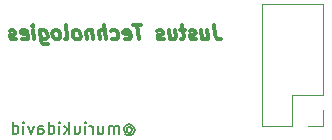
<source format=gbo>
G04 #@! TF.FileFunction,Legend,Bot*
%FSLAX46Y46*%
G04 Gerber Fmt 4.6, Leading zero omitted, Abs format (unit mm)*
G04 Created by KiCad (PCBNEW 4.0.7) date Wed Dec 12 21:34:46 2018*
%MOMM*%
%LPD*%
G01*
G04 APERTURE LIST*
%ADD10C,0.100000*%
%ADD11C,0.300000*%
%ADD12C,0.200000*%
%ADD13C,0.120000*%
G04 APERTURE END LIST*
D10*
D11*
X77186771Y-98402857D02*
X77293914Y-99260000D01*
X77372485Y-99431429D01*
X77501056Y-99545714D01*
X77679628Y-99602857D01*
X77793913Y-99602857D01*
X76151056Y-98802857D02*
X76251056Y-99602857D01*
X76665342Y-98802857D02*
X76743914Y-99431429D01*
X76701056Y-99545714D01*
X76593913Y-99602857D01*
X76422485Y-99602857D01*
X76301056Y-99545714D01*
X76236770Y-99488571D01*
X75729628Y-99545714D02*
X75622485Y-99602857D01*
X75393913Y-99602857D01*
X75272485Y-99545714D01*
X75201057Y-99431429D01*
X75193914Y-99374286D01*
X75236771Y-99260000D01*
X75343913Y-99202857D01*
X75515342Y-99202857D01*
X75622485Y-99145714D01*
X75665343Y-99031429D01*
X75658200Y-98974286D01*
X75586771Y-98860000D01*
X75465342Y-98802857D01*
X75293913Y-98802857D01*
X75186771Y-98860000D01*
X74779627Y-98802857D02*
X74322484Y-98802857D01*
X74558199Y-98402857D02*
X74686771Y-99431429D01*
X74643913Y-99545714D01*
X74536770Y-99602857D01*
X74422484Y-99602857D01*
X73408199Y-98802857D02*
X73508199Y-99602857D01*
X73922485Y-98802857D02*
X74001057Y-99431429D01*
X73958199Y-99545714D01*
X73851056Y-99602857D01*
X73679628Y-99602857D01*
X73558199Y-99545714D01*
X73493913Y-99488571D01*
X72986771Y-99545714D02*
X72879628Y-99602857D01*
X72651056Y-99602857D01*
X72529628Y-99545714D01*
X72458200Y-99431429D01*
X72451057Y-99374286D01*
X72493914Y-99260000D01*
X72601056Y-99202857D01*
X72772485Y-99202857D01*
X72879628Y-99145714D01*
X72922486Y-99031429D01*
X72915343Y-98974286D01*
X72843914Y-98860000D01*
X72722485Y-98802857D01*
X72551056Y-98802857D01*
X72443914Y-98860000D01*
X71072484Y-98402857D02*
X70386770Y-98402857D01*
X70879627Y-99602857D02*
X70729627Y-98402857D01*
X69672484Y-99545714D02*
X69793913Y-99602857D01*
X70022484Y-99602857D01*
X70129627Y-99545714D01*
X70172485Y-99431429D01*
X70115342Y-98974286D01*
X70043913Y-98860000D01*
X69922484Y-98802857D01*
X69693913Y-98802857D01*
X69586770Y-98860000D01*
X69543913Y-98974286D01*
X69558198Y-99088571D01*
X70143913Y-99202857D01*
X68586770Y-99545714D02*
X68708199Y-99602857D01*
X68936770Y-99602857D01*
X69043913Y-99545714D01*
X69093913Y-99488571D01*
X69136771Y-99374286D01*
X69093914Y-99031429D01*
X69022485Y-98917143D01*
X68958199Y-98860000D01*
X68836770Y-98802857D01*
X68608199Y-98802857D01*
X68501056Y-98860000D01*
X68079628Y-99602857D02*
X67929628Y-98402857D01*
X67565342Y-99602857D02*
X67486771Y-98974286D01*
X67529628Y-98860000D01*
X67636771Y-98802857D01*
X67808199Y-98802857D01*
X67929628Y-98860000D01*
X67993914Y-98917143D01*
X66893914Y-98802857D02*
X66993914Y-99602857D01*
X66908200Y-98917143D02*
X66843914Y-98860000D01*
X66722485Y-98802857D01*
X66551057Y-98802857D01*
X66443914Y-98860000D01*
X66401057Y-98974286D01*
X66479628Y-99602857D01*
X65736771Y-99602857D02*
X65843914Y-99545714D01*
X65893914Y-99488571D01*
X65936772Y-99374286D01*
X65893915Y-99031429D01*
X65822486Y-98917143D01*
X65758200Y-98860000D01*
X65636771Y-98802857D01*
X65465343Y-98802857D01*
X65358200Y-98860000D01*
X65308200Y-98917143D01*
X65265343Y-99031429D01*
X65308200Y-99374286D01*
X65379628Y-99488571D01*
X65443914Y-99545714D01*
X65565343Y-99602857D01*
X65736771Y-99602857D01*
X64651057Y-99602857D02*
X64758200Y-99545714D01*
X64801058Y-99431429D01*
X64672486Y-98402857D01*
X64022486Y-99602857D02*
X64129629Y-99545714D01*
X64179629Y-99488571D01*
X64222487Y-99374286D01*
X64179630Y-99031429D01*
X64108201Y-98917143D01*
X64043915Y-98860000D01*
X63922486Y-98802857D01*
X63751058Y-98802857D01*
X63643915Y-98860000D01*
X63593915Y-98917143D01*
X63551058Y-99031429D01*
X63593915Y-99374286D01*
X63665343Y-99488571D01*
X63729629Y-99545714D01*
X63851058Y-99602857D01*
X64022486Y-99602857D01*
X62493915Y-98802857D02*
X62615344Y-99774286D01*
X62686772Y-99888571D01*
X62751058Y-99945714D01*
X62872486Y-100002857D01*
X63043915Y-100002857D01*
X63151058Y-99945714D01*
X62586772Y-99545714D02*
X62708201Y-99602857D01*
X62936772Y-99602857D01*
X63043915Y-99545714D01*
X63093915Y-99488571D01*
X63136773Y-99374286D01*
X63093916Y-99031429D01*
X63022487Y-98917143D01*
X62958201Y-98860000D01*
X62836772Y-98802857D01*
X62608201Y-98802857D01*
X62501058Y-98860000D01*
X62022487Y-99602857D02*
X61922487Y-98802857D01*
X61872487Y-98402857D02*
X61936773Y-98460000D01*
X61886773Y-98517143D01*
X61822487Y-98460000D01*
X61872487Y-98402857D01*
X61886773Y-98517143D01*
X60986772Y-99545714D02*
X61108201Y-99602857D01*
X61336772Y-99602857D01*
X61443915Y-99545714D01*
X61486773Y-99431429D01*
X61429630Y-98974286D01*
X61358201Y-98860000D01*
X61236772Y-98802857D01*
X61008201Y-98802857D01*
X60901058Y-98860000D01*
X60858201Y-98974286D01*
X60872486Y-99088571D01*
X61458201Y-99202857D01*
X60472487Y-99545714D02*
X60365344Y-99602857D01*
X60136772Y-99602857D01*
X60015344Y-99545714D01*
X59943916Y-99431429D01*
X59936773Y-99374286D01*
X59979630Y-99260000D01*
X60086772Y-99202857D01*
X60258201Y-99202857D01*
X60365344Y-99145714D01*
X60408202Y-99031429D01*
X60401059Y-98974286D01*
X60329630Y-98860000D01*
X60208201Y-98802857D01*
X60036772Y-98802857D01*
X59929630Y-98860000D01*
D12*
X69852609Y-107113390D02*
X69900228Y-107065771D01*
X69995466Y-107018152D01*
X70090704Y-107018152D01*
X70185942Y-107065771D01*
X70233562Y-107113390D01*
X70281181Y-107208629D01*
X70281181Y-107303867D01*
X70233562Y-107399105D01*
X70185942Y-107446724D01*
X70090704Y-107494343D01*
X69995466Y-107494343D01*
X69900228Y-107446724D01*
X69852609Y-107399105D01*
X69852609Y-107018152D02*
X69852609Y-107399105D01*
X69804990Y-107446724D01*
X69757371Y-107446724D01*
X69662133Y-107399105D01*
X69614514Y-107303867D01*
X69614514Y-107065771D01*
X69709752Y-106922914D01*
X69852609Y-106827676D01*
X70043085Y-106780057D01*
X70233562Y-106827676D01*
X70376419Y-106922914D01*
X70471657Y-107065771D01*
X70519276Y-107256248D01*
X70471657Y-107446724D01*
X70376419Y-107589581D01*
X70233562Y-107684819D01*
X70043085Y-107732438D01*
X69852609Y-107684819D01*
X69709752Y-107589581D01*
X69185943Y-107589581D02*
X69185943Y-106922914D01*
X69185943Y-107018152D02*
X69138324Y-106970533D01*
X69043086Y-106922914D01*
X68900228Y-106922914D01*
X68804990Y-106970533D01*
X68757371Y-107065771D01*
X68757371Y-107589581D01*
X68757371Y-107065771D02*
X68709752Y-106970533D01*
X68614514Y-106922914D01*
X68471657Y-106922914D01*
X68376419Y-106970533D01*
X68328800Y-107065771D01*
X68328800Y-107589581D01*
X67424038Y-106922914D02*
X67424038Y-107589581D01*
X67852610Y-106922914D02*
X67852610Y-107446724D01*
X67804991Y-107541962D01*
X67709753Y-107589581D01*
X67566895Y-107589581D01*
X67471657Y-107541962D01*
X67424038Y-107494343D01*
X66947848Y-107589581D02*
X66947848Y-106922914D01*
X66947848Y-107113390D02*
X66900229Y-107018152D01*
X66852610Y-106970533D01*
X66757372Y-106922914D01*
X66662133Y-106922914D01*
X66328800Y-107589581D02*
X66328800Y-106922914D01*
X66328800Y-106589581D02*
X66376419Y-106637200D01*
X66328800Y-106684819D01*
X66281181Y-106637200D01*
X66328800Y-106589581D01*
X66328800Y-106684819D01*
X65424038Y-106922914D02*
X65424038Y-107589581D01*
X65852610Y-106922914D02*
X65852610Y-107446724D01*
X65804991Y-107541962D01*
X65709753Y-107589581D01*
X65566895Y-107589581D01*
X65471657Y-107541962D01*
X65424038Y-107494343D01*
X64947848Y-107589581D02*
X64947848Y-106589581D01*
X64852610Y-107208629D02*
X64566895Y-107589581D01*
X64566895Y-106922914D02*
X64947848Y-107303867D01*
X64138324Y-107589581D02*
X64138324Y-106922914D01*
X64138324Y-106589581D02*
X64185943Y-106637200D01*
X64138324Y-106684819D01*
X64090705Y-106637200D01*
X64138324Y-106589581D01*
X64138324Y-106684819D01*
X63233562Y-107589581D02*
X63233562Y-106589581D01*
X63233562Y-107541962D02*
X63328800Y-107589581D01*
X63519277Y-107589581D01*
X63614515Y-107541962D01*
X63662134Y-107494343D01*
X63709753Y-107399105D01*
X63709753Y-107113390D01*
X63662134Y-107018152D01*
X63614515Y-106970533D01*
X63519277Y-106922914D01*
X63328800Y-106922914D01*
X63233562Y-106970533D01*
X62328800Y-107589581D02*
X62328800Y-107065771D01*
X62376419Y-106970533D01*
X62471657Y-106922914D01*
X62662134Y-106922914D01*
X62757372Y-106970533D01*
X62328800Y-107541962D02*
X62424038Y-107589581D01*
X62662134Y-107589581D01*
X62757372Y-107541962D01*
X62804991Y-107446724D01*
X62804991Y-107351486D01*
X62757372Y-107256248D01*
X62662134Y-107208629D01*
X62424038Y-107208629D01*
X62328800Y-107161010D01*
X61947848Y-106922914D02*
X61709753Y-107589581D01*
X61471657Y-106922914D01*
X61090705Y-107589581D02*
X61090705Y-106922914D01*
X61090705Y-106589581D02*
X61138324Y-106637200D01*
X61090705Y-106684819D01*
X61043086Y-106637200D01*
X61090705Y-106589581D01*
X61090705Y-106684819D01*
X60185943Y-107589581D02*
X60185943Y-106589581D01*
X60185943Y-107541962D02*
X60281181Y-107589581D01*
X60471658Y-107589581D01*
X60566896Y-107541962D01*
X60614515Y-107494343D01*
X60662134Y-107399105D01*
X60662134Y-107113390D01*
X60614515Y-107018152D01*
X60566896Y-106970533D01*
X60471658Y-106922914D01*
X60281181Y-106922914D01*
X60185943Y-106970533D01*
D13*
X86470800Y-104292400D02*
X86470800Y-96612400D01*
X86470800Y-96612400D02*
X81270800Y-96612400D01*
X81270800Y-96612400D02*
X81270800Y-106892400D01*
X81270800Y-106892400D02*
X83870800Y-106892400D01*
X83870800Y-106892400D02*
X83870800Y-104292400D01*
X83870800Y-104292400D02*
X86470800Y-104292400D01*
X86470800Y-105562400D02*
X86470800Y-106892400D01*
X86470800Y-106892400D02*
X85200800Y-106892400D01*
M02*

</source>
